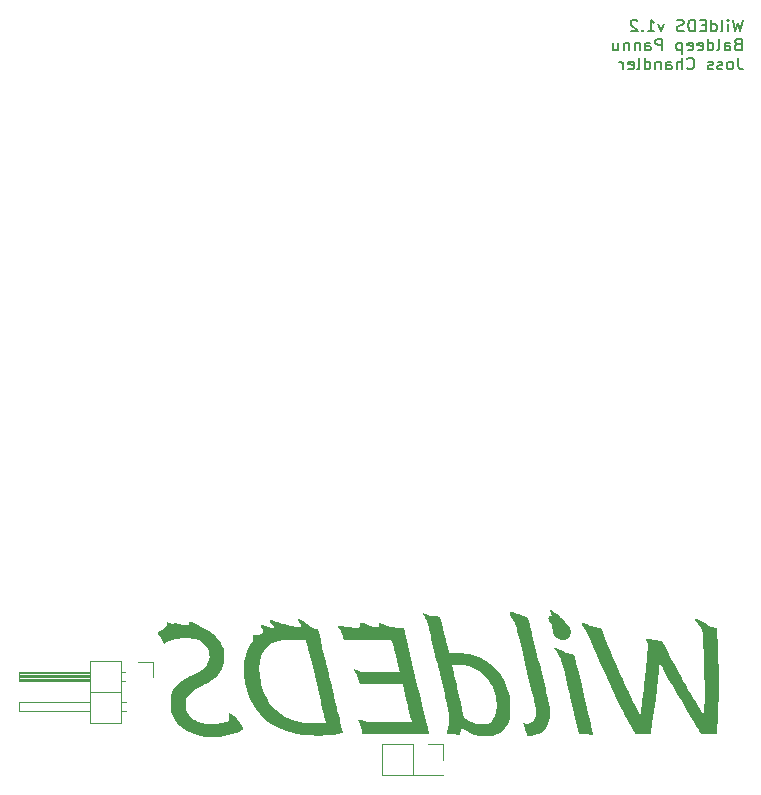
<source format=gbo>
%TF.GenerationSoftware,KiCad,Pcbnew,6.0.2-378541a8eb~116~ubuntu20.04.1*%
%TF.CreationDate,2022-03-08T12:22:37-08:00*%
%TF.ProjectId,RP2040_WEDS,52503230-3430-45f5-9745-44532e6b6963,rev?*%
%TF.SameCoordinates,Original*%
%TF.FileFunction,Legend,Bot*%
%TF.FilePolarity,Positive*%
%FSLAX46Y46*%
G04 Gerber Fmt 4.6, Leading zero omitted, Abs format (unit mm)*
G04 Created by KiCad (PCBNEW 6.0.2-378541a8eb~116~ubuntu20.04.1) date 2022-03-08 12:22:37*
%MOMM*%
%LPD*%
G01*
G04 APERTURE LIST*
%ADD10C,0.150000*%
%ADD11C,0.120000*%
G04 APERTURE END LIST*
D10*
X173404642Y-68942380D02*
X173166547Y-69942380D01*
X172976071Y-69228095D01*
X172785595Y-69942380D01*
X172547500Y-68942380D01*
X172166547Y-69942380D02*
X172166547Y-69275714D01*
X172166547Y-68942380D02*
X172214166Y-68990000D01*
X172166547Y-69037619D01*
X172118928Y-68990000D01*
X172166547Y-68942380D01*
X172166547Y-69037619D01*
X171547500Y-69942380D02*
X171642738Y-69894761D01*
X171690357Y-69799523D01*
X171690357Y-68942380D01*
X170737976Y-69942380D02*
X170737976Y-68942380D01*
X170737976Y-69894761D02*
X170833214Y-69942380D01*
X171023690Y-69942380D01*
X171118928Y-69894761D01*
X171166547Y-69847142D01*
X171214166Y-69751904D01*
X171214166Y-69466190D01*
X171166547Y-69370952D01*
X171118928Y-69323333D01*
X171023690Y-69275714D01*
X170833214Y-69275714D01*
X170737976Y-69323333D01*
X170261785Y-69418571D02*
X169928452Y-69418571D01*
X169785595Y-69942380D02*
X170261785Y-69942380D01*
X170261785Y-68942380D01*
X169785595Y-68942380D01*
X169357023Y-69942380D02*
X169357023Y-68942380D01*
X169118928Y-68942380D01*
X168976071Y-68990000D01*
X168880833Y-69085238D01*
X168833214Y-69180476D01*
X168785595Y-69370952D01*
X168785595Y-69513809D01*
X168833214Y-69704285D01*
X168880833Y-69799523D01*
X168976071Y-69894761D01*
X169118928Y-69942380D01*
X169357023Y-69942380D01*
X168404642Y-69894761D02*
X168261785Y-69942380D01*
X168023690Y-69942380D01*
X167928452Y-69894761D01*
X167880833Y-69847142D01*
X167833214Y-69751904D01*
X167833214Y-69656666D01*
X167880833Y-69561428D01*
X167928452Y-69513809D01*
X168023690Y-69466190D01*
X168214166Y-69418571D01*
X168309404Y-69370952D01*
X168357023Y-69323333D01*
X168404642Y-69228095D01*
X168404642Y-69132857D01*
X168357023Y-69037619D01*
X168309404Y-68990000D01*
X168214166Y-68942380D01*
X167976071Y-68942380D01*
X167833214Y-68990000D01*
X166737976Y-69275714D02*
X166499880Y-69942380D01*
X166261785Y-69275714D01*
X165357023Y-69942380D02*
X165928452Y-69942380D01*
X165642738Y-69942380D02*
X165642738Y-68942380D01*
X165737976Y-69085238D01*
X165833214Y-69180476D01*
X165928452Y-69228095D01*
X164928452Y-69847142D02*
X164880833Y-69894761D01*
X164928452Y-69942380D01*
X164976071Y-69894761D01*
X164928452Y-69847142D01*
X164928452Y-69942380D01*
X164499880Y-69037619D02*
X164452261Y-68990000D01*
X164357023Y-68942380D01*
X164118928Y-68942380D01*
X164023690Y-68990000D01*
X163976071Y-69037619D01*
X163928452Y-69132857D01*
X163928452Y-69228095D01*
X163976071Y-69370952D01*
X164547500Y-69942380D01*
X163928452Y-69942380D01*
X172976071Y-71028571D02*
X172833214Y-71076190D01*
X172785595Y-71123809D01*
X172737976Y-71219047D01*
X172737976Y-71361904D01*
X172785595Y-71457142D01*
X172833214Y-71504761D01*
X172928452Y-71552380D01*
X173309404Y-71552380D01*
X173309404Y-70552380D01*
X172976071Y-70552380D01*
X172880833Y-70600000D01*
X172833214Y-70647619D01*
X172785595Y-70742857D01*
X172785595Y-70838095D01*
X172833214Y-70933333D01*
X172880833Y-70980952D01*
X172976071Y-71028571D01*
X173309404Y-71028571D01*
X171880833Y-71552380D02*
X171880833Y-71028571D01*
X171928452Y-70933333D01*
X172023690Y-70885714D01*
X172214166Y-70885714D01*
X172309404Y-70933333D01*
X171880833Y-71504761D02*
X171976071Y-71552380D01*
X172214166Y-71552380D01*
X172309404Y-71504761D01*
X172357023Y-71409523D01*
X172357023Y-71314285D01*
X172309404Y-71219047D01*
X172214166Y-71171428D01*
X171976071Y-71171428D01*
X171880833Y-71123809D01*
X171261785Y-71552380D02*
X171357023Y-71504761D01*
X171404642Y-71409523D01*
X171404642Y-70552380D01*
X170452261Y-71552380D02*
X170452261Y-70552380D01*
X170452261Y-71504761D02*
X170547500Y-71552380D01*
X170737976Y-71552380D01*
X170833214Y-71504761D01*
X170880833Y-71457142D01*
X170928452Y-71361904D01*
X170928452Y-71076190D01*
X170880833Y-70980952D01*
X170833214Y-70933333D01*
X170737976Y-70885714D01*
X170547500Y-70885714D01*
X170452261Y-70933333D01*
X169595119Y-71504761D02*
X169690357Y-71552380D01*
X169880833Y-71552380D01*
X169976071Y-71504761D01*
X170023690Y-71409523D01*
X170023690Y-71028571D01*
X169976071Y-70933333D01*
X169880833Y-70885714D01*
X169690357Y-70885714D01*
X169595119Y-70933333D01*
X169547500Y-71028571D01*
X169547500Y-71123809D01*
X170023690Y-71219047D01*
X168737976Y-71504761D02*
X168833214Y-71552380D01*
X169023690Y-71552380D01*
X169118928Y-71504761D01*
X169166547Y-71409523D01*
X169166547Y-71028571D01*
X169118928Y-70933333D01*
X169023690Y-70885714D01*
X168833214Y-70885714D01*
X168737976Y-70933333D01*
X168690357Y-71028571D01*
X168690357Y-71123809D01*
X169166547Y-71219047D01*
X168261785Y-70885714D02*
X168261785Y-71885714D01*
X168261785Y-70933333D02*
X168166547Y-70885714D01*
X167976071Y-70885714D01*
X167880833Y-70933333D01*
X167833214Y-70980952D01*
X167785595Y-71076190D01*
X167785595Y-71361904D01*
X167833214Y-71457142D01*
X167880833Y-71504761D01*
X167976071Y-71552380D01*
X168166547Y-71552380D01*
X168261785Y-71504761D01*
X166595119Y-71552380D02*
X166595119Y-70552380D01*
X166214166Y-70552380D01*
X166118928Y-70600000D01*
X166071309Y-70647619D01*
X166023690Y-70742857D01*
X166023690Y-70885714D01*
X166071309Y-70980952D01*
X166118928Y-71028571D01*
X166214166Y-71076190D01*
X166595119Y-71076190D01*
X165166547Y-71552380D02*
X165166547Y-71028571D01*
X165214166Y-70933333D01*
X165309404Y-70885714D01*
X165499880Y-70885714D01*
X165595119Y-70933333D01*
X165166547Y-71504761D02*
X165261785Y-71552380D01*
X165499880Y-71552380D01*
X165595119Y-71504761D01*
X165642738Y-71409523D01*
X165642738Y-71314285D01*
X165595119Y-71219047D01*
X165499880Y-71171428D01*
X165261785Y-71171428D01*
X165166547Y-71123809D01*
X164690357Y-70885714D02*
X164690357Y-71552380D01*
X164690357Y-70980952D02*
X164642738Y-70933333D01*
X164547500Y-70885714D01*
X164404642Y-70885714D01*
X164309404Y-70933333D01*
X164261785Y-71028571D01*
X164261785Y-71552380D01*
X163785595Y-70885714D02*
X163785595Y-71552380D01*
X163785595Y-70980952D02*
X163737976Y-70933333D01*
X163642738Y-70885714D01*
X163499880Y-70885714D01*
X163404642Y-70933333D01*
X163357023Y-71028571D01*
X163357023Y-71552380D01*
X162452261Y-70885714D02*
X162452261Y-71552380D01*
X162880833Y-70885714D02*
X162880833Y-71409523D01*
X162833214Y-71504761D01*
X162737976Y-71552380D01*
X162595119Y-71552380D01*
X162499880Y-71504761D01*
X162452261Y-71457142D01*
X173023690Y-72162380D02*
X173023690Y-72876666D01*
X173071309Y-73019523D01*
X173166547Y-73114761D01*
X173309404Y-73162380D01*
X173404642Y-73162380D01*
X172404642Y-73162380D02*
X172499880Y-73114761D01*
X172547500Y-73067142D01*
X172595119Y-72971904D01*
X172595119Y-72686190D01*
X172547500Y-72590952D01*
X172499880Y-72543333D01*
X172404642Y-72495714D01*
X172261785Y-72495714D01*
X172166547Y-72543333D01*
X172118928Y-72590952D01*
X172071309Y-72686190D01*
X172071309Y-72971904D01*
X172118928Y-73067142D01*
X172166547Y-73114761D01*
X172261785Y-73162380D01*
X172404642Y-73162380D01*
X171690357Y-73114761D02*
X171595119Y-73162380D01*
X171404642Y-73162380D01*
X171309404Y-73114761D01*
X171261785Y-73019523D01*
X171261785Y-72971904D01*
X171309404Y-72876666D01*
X171404642Y-72829047D01*
X171547500Y-72829047D01*
X171642738Y-72781428D01*
X171690357Y-72686190D01*
X171690357Y-72638571D01*
X171642738Y-72543333D01*
X171547500Y-72495714D01*
X171404642Y-72495714D01*
X171309404Y-72543333D01*
X170880833Y-73114761D02*
X170785595Y-73162380D01*
X170595119Y-73162380D01*
X170499880Y-73114761D01*
X170452261Y-73019523D01*
X170452261Y-72971904D01*
X170499880Y-72876666D01*
X170595119Y-72829047D01*
X170737976Y-72829047D01*
X170833214Y-72781428D01*
X170880833Y-72686190D01*
X170880833Y-72638571D01*
X170833214Y-72543333D01*
X170737976Y-72495714D01*
X170595119Y-72495714D01*
X170499880Y-72543333D01*
X168690357Y-73067142D02*
X168737976Y-73114761D01*
X168880833Y-73162380D01*
X168976071Y-73162380D01*
X169118928Y-73114761D01*
X169214166Y-73019523D01*
X169261785Y-72924285D01*
X169309404Y-72733809D01*
X169309404Y-72590952D01*
X169261785Y-72400476D01*
X169214166Y-72305238D01*
X169118928Y-72210000D01*
X168976071Y-72162380D01*
X168880833Y-72162380D01*
X168737976Y-72210000D01*
X168690357Y-72257619D01*
X168261785Y-73162380D02*
X168261785Y-72162380D01*
X167833214Y-73162380D02*
X167833214Y-72638571D01*
X167880833Y-72543333D01*
X167976071Y-72495714D01*
X168118928Y-72495714D01*
X168214166Y-72543333D01*
X168261785Y-72590952D01*
X166928452Y-73162380D02*
X166928452Y-72638571D01*
X166976071Y-72543333D01*
X167071309Y-72495714D01*
X167261785Y-72495714D01*
X167357023Y-72543333D01*
X166928452Y-73114761D02*
X167023690Y-73162380D01*
X167261785Y-73162380D01*
X167357023Y-73114761D01*
X167404642Y-73019523D01*
X167404642Y-72924285D01*
X167357023Y-72829047D01*
X167261785Y-72781428D01*
X167023690Y-72781428D01*
X166928452Y-72733809D01*
X166452261Y-72495714D02*
X166452261Y-73162380D01*
X166452261Y-72590952D02*
X166404642Y-72543333D01*
X166309404Y-72495714D01*
X166166547Y-72495714D01*
X166071309Y-72543333D01*
X166023690Y-72638571D01*
X166023690Y-73162380D01*
X165118928Y-73162380D02*
X165118928Y-72162380D01*
X165118928Y-73114761D02*
X165214166Y-73162380D01*
X165404642Y-73162380D01*
X165499880Y-73114761D01*
X165547500Y-73067142D01*
X165595119Y-72971904D01*
X165595119Y-72686190D01*
X165547500Y-72590952D01*
X165499880Y-72543333D01*
X165404642Y-72495714D01*
X165214166Y-72495714D01*
X165118928Y-72543333D01*
X164499880Y-73162380D02*
X164595119Y-73114761D01*
X164642738Y-73019523D01*
X164642738Y-72162380D01*
X163737976Y-73114761D02*
X163833214Y-73162380D01*
X164023690Y-73162380D01*
X164118928Y-73114761D01*
X164166547Y-73019523D01*
X164166547Y-72638571D01*
X164118928Y-72543333D01*
X164023690Y-72495714D01*
X163833214Y-72495714D01*
X163737976Y-72543333D01*
X163690357Y-72638571D01*
X163690357Y-72733809D01*
X164166547Y-72829047D01*
X163261785Y-73162380D02*
X163261785Y-72495714D01*
X163261785Y-72686190D02*
X163214166Y-72590952D01*
X163166547Y-72543333D01*
X163071309Y-72495714D01*
X162976071Y-72495714D01*
D11*
%TO.C,J4*%
X148055000Y-130270000D02*
X146725000Y-130270000D01*
X148055000Y-131600000D02*
X148055000Y-130270000D01*
X148055000Y-132930000D02*
X142855000Y-132930000D01*
X148055000Y-132870000D02*
X145455000Y-132870000D01*
X145455000Y-130270000D02*
X142855000Y-130270000D01*
X145455000Y-132870000D02*
X145455000Y-130270000D01*
X148055000Y-132870000D02*
X148055000Y-132930000D01*
X142855000Y-130270000D02*
X142855000Y-132930000D01*
%TO.C,G\u002A\u002A\u002A*%
G36*
X153900482Y-119103173D02*
G01*
X154002546Y-119136379D01*
X154142704Y-119190025D01*
X154148715Y-119192414D01*
X154292276Y-119246435D01*
X154464016Y-119306666D01*
X154642901Y-119365930D01*
X154807895Y-119417047D01*
X154844050Y-119427784D01*
X154983447Y-119470735D01*
X155081110Y-119504521D01*
X155144241Y-119532195D01*
X155180042Y-119556810D01*
X155195717Y-119581418D01*
X155211777Y-119624677D01*
X155244128Y-119702511D01*
X155283862Y-119792513D01*
X155287651Y-119802494D01*
X155305793Y-119862789D01*
X155334770Y-119968866D01*
X155373711Y-120117140D01*
X155421747Y-120304023D01*
X155478007Y-120525928D01*
X155541620Y-120779268D01*
X155611717Y-121060457D01*
X155687427Y-121365908D01*
X155767880Y-121692034D01*
X155852204Y-122035248D01*
X155939531Y-122391963D01*
X156028990Y-122758592D01*
X156119710Y-123131550D01*
X156210821Y-123507247D01*
X156301452Y-123882099D01*
X156390734Y-124252518D01*
X156477797Y-124614917D01*
X156561768Y-124965710D01*
X156641779Y-125301309D01*
X156716960Y-125618128D01*
X156786438Y-125912579D01*
X156849346Y-126181077D01*
X156904811Y-126420034D01*
X156951964Y-126625863D01*
X156989934Y-126794978D01*
X157017852Y-126923792D01*
X157034846Y-127008718D01*
X157059767Y-127175855D01*
X157080501Y-127405288D01*
X157089436Y-127643090D01*
X157086462Y-127874508D01*
X157071465Y-128084789D01*
X157044334Y-128259179D01*
X157025439Y-128336617D01*
X156947308Y-128568014D01*
X156843360Y-128784156D01*
X156721793Y-128967049D01*
X156698769Y-128995021D01*
X156521725Y-129165753D01*
X156304071Y-129312028D01*
X156051931Y-129430877D01*
X155771429Y-129519332D01*
X155468689Y-129574425D01*
X155440291Y-129577900D01*
X155336891Y-129590302D01*
X155263136Y-129593041D01*
X155211383Y-129579475D01*
X155173986Y-129542963D01*
X155143302Y-129476863D01*
X155111686Y-129374533D01*
X155071493Y-129229332D01*
X155066764Y-129212515D01*
X155021099Y-129062231D01*
X154970583Y-128913373D01*
X154921035Y-128782317D01*
X154878271Y-128685441D01*
X154784891Y-128500013D01*
X154851361Y-128516696D01*
X154888504Y-128524283D01*
X154972565Y-128537220D01*
X155068287Y-128548653D01*
X155075967Y-128549386D01*
X155255482Y-128540380D01*
X155427711Y-128484458D01*
X155584606Y-128386587D01*
X155718117Y-128251729D01*
X155820197Y-128084850D01*
X155850213Y-128017183D01*
X155871553Y-127957139D01*
X155884903Y-127894709D01*
X155892065Y-127817463D01*
X155894840Y-127712977D01*
X155895031Y-127568820D01*
X155894053Y-127464557D01*
X155888498Y-127317386D01*
X155876105Y-127190475D01*
X155854630Y-127063850D01*
X155821826Y-126917538D01*
X155807630Y-126858391D01*
X155781724Y-126750186D01*
X155745309Y-126597943D01*
X155699197Y-126405060D01*
X155644201Y-126174932D01*
X155581130Y-125910956D01*
X155510796Y-125616527D01*
X155434010Y-125295041D01*
X155351584Y-124949894D01*
X155264328Y-124584482D01*
X155173055Y-124202201D01*
X155078575Y-123806446D01*
X154981699Y-123400615D01*
X154978550Y-123387425D01*
X154882456Y-122985644D01*
X154789033Y-122596483D01*
X154699060Y-122223118D01*
X154613316Y-121868719D01*
X154532581Y-121536461D01*
X154457632Y-121229516D01*
X154389251Y-120951057D01*
X154328214Y-120704257D01*
X154275303Y-120492289D01*
X154231295Y-120318327D01*
X154196971Y-120185542D01*
X154173108Y-120097109D01*
X154160487Y-120056200D01*
X154119748Y-119973913D01*
X154058220Y-119869288D01*
X153991354Y-119769636D01*
X153982921Y-119758024D01*
X153885145Y-119621601D01*
X153814662Y-119518190D01*
X153767230Y-119440134D01*
X153738603Y-119379778D01*
X153724539Y-119329466D01*
X153720795Y-119281543D01*
X153720709Y-119270942D01*
X153715884Y-119196882D01*
X153705931Y-119145835D01*
X153705167Y-119143708D01*
X153713972Y-119111463D01*
X153769636Y-119089844D01*
X153775608Y-119088676D01*
X153827755Y-119088056D01*
X153900482Y-119103173D01*
G37*
G36*
X157543120Y-122105313D02*
G01*
X157610304Y-122133332D01*
X157702634Y-122177509D01*
X157808679Y-122232594D01*
X158009084Y-122338938D01*
X158185957Y-122427985D01*
X158338508Y-122497795D01*
X158477062Y-122552421D01*
X158611942Y-122595916D01*
X158753470Y-122632332D01*
X158911971Y-122665723D01*
X158927274Y-122668709D01*
X159030701Y-122689871D01*
X159095262Y-122707838D01*
X159131970Y-122728498D01*
X159151834Y-122757735D01*
X159165866Y-122801436D01*
X159165955Y-122801758D01*
X159175448Y-122839411D01*
X159196326Y-122924514D01*
X159227833Y-123053936D01*
X159269214Y-123224547D01*
X159319712Y-123433215D01*
X159378572Y-123676810D01*
X159445039Y-123952201D01*
X159518357Y-124256256D01*
X159597770Y-124585845D01*
X159682522Y-124937837D01*
X159771858Y-125309102D01*
X159865022Y-125696507D01*
X159961258Y-126096923D01*
X159964108Y-126108785D01*
X160060223Y-126508728D01*
X160153204Y-126895486D01*
X160242299Y-127265935D01*
X160326756Y-127616952D01*
X160405822Y-127945415D01*
X160478744Y-128248200D01*
X160544770Y-128522183D01*
X160603148Y-128764243D01*
X160653123Y-128971256D01*
X160693945Y-129140098D01*
X160724860Y-129267647D01*
X160745115Y-129350780D01*
X160753959Y-129386373D01*
X160776755Y-129471515D01*
X160175233Y-129464526D01*
X159573712Y-129457538D01*
X158810582Y-126279282D01*
X158768104Y-126102478D01*
X158640428Y-125572517D01*
X158524272Y-125092737D01*
X158419521Y-124662683D01*
X158326062Y-124281899D01*
X158243780Y-123949930D01*
X158172562Y-123666321D01*
X158112293Y-123430617D01*
X158062859Y-123242363D01*
X158024147Y-123101102D01*
X157996042Y-123006381D01*
X157978430Y-122957743D01*
X157970800Y-122942169D01*
X157889335Y-122794804D01*
X157786703Y-122632888D01*
X157676459Y-122476800D01*
X157572156Y-122346917D01*
X157545673Y-122314694D01*
X157495015Y-122234085D01*
X157471686Y-122164809D01*
X157477833Y-122116315D01*
X157515602Y-122098051D01*
X157543120Y-122105313D01*
G37*
G36*
X169454893Y-119637901D02*
G01*
X169522710Y-119665672D01*
X169604374Y-119710106D01*
X169679115Y-119750836D01*
X169802591Y-119806175D01*
X169916725Y-119845718D01*
X170075496Y-119908296D01*
X170229341Y-120011420D01*
X170410961Y-120149798D01*
X170584951Y-120262346D01*
X170746446Y-120342073D01*
X170905038Y-120393660D01*
X171070323Y-120421789D01*
X171220330Y-120437467D01*
X171236648Y-120662067D01*
X171245022Y-120779396D01*
X171269097Y-121142376D01*
X171291995Y-121528902D01*
X171314260Y-121948493D01*
X171336435Y-122410666D01*
X171342707Y-122571770D01*
X171349175Y-122798422D01*
X171354792Y-123062801D01*
X171359557Y-123359291D01*
X171363471Y-123682279D01*
X171366532Y-124026151D01*
X171368741Y-124385294D01*
X171370098Y-124754093D01*
X171370601Y-125126935D01*
X171370252Y-125498206D01*
X171369048Y-125862292D01*
X171366992Y-126213579D01*
X171364081Y-126546454D01*
X171360315Y-126855302D01*
X171355695Y-127134510D01*
X171350220Y-127378463D01*
X171343890Y-127581549D01*
X171336705Y-127738154D01*
X171333498Y-127792945D01*
X171319942Y-128014082D01*
X171305156Y-128241055D01*
X171289683Y-128466634D01*
X171274066Y-128683587D01*
X171258850Y-128884683D01*
X171244577Y-129062694D01*
X171231791Y-129210386D01*
X171221036Y-129320531D01*
X171212855Y-129385897D01*
X171198844Y-129470564D01*
X169937718Y-129470234D01*
X169895752Y-129398758D01*
X169895481Y-129398299D01*
X169870183Y-129356837D01*
X169821272Y-129277981D01*
X169752830Y-129168264D01*
X169668937Y-129034216D01*
X169573677Y-128882368D01*
X169471129Y-128719252D01*
X169277260Y-128408926D01*
X168943258Y-127864782D01*
X168593850Y-127284537D01*
X168233097Y-126675127D01*
X167865062Y-126043490D01*
X167493805Y-125396565D01*
X167123389Y-124741288D01*
X166757874Y-124084598D01*
X166743111Y-124057885D01*
X166630996Y-123857083D01*
X166541103Y-123700357D01*
X166472134Y-123585616D01*
X166422792Y-123510769D01*
X166391778Y-123473725D01*
X166377793Y-123472393D01*
X166376153Y-123478433D01*
X166368202Y-123530337D01*
X166357566Y-123623381D01*
X166345098Y-123749123D01*
X166331649Y-123899118D01*
X166318068Y-124064923D01*
X166305062Y-124224390D01*
X166270917Y-124601006D01*
X166229897Y-125008577D01*
X166183552Y-125433185D01*
X166133431Y-125860913D01*
X166081082Y-126277841D01*
X166028057Y-126670051D01*
X166015197Y-126760837D01*
X165986814Y-126958467D01*
X165954951Y-127177379D01*
X165920457Y-127411970D01*
X165884180Y-127656637D01*
X165846972Y-127905779D01*
X165809681Y-128153792D01*
X165773157Y-128395074D01*
X165738249Y-128624022D01*
X165705807Y-128835035D01*
X165676681Y-129022510D01*
X165651720Y-129180843D01*
X165631773Y-129304433D01*
X165617690Y-129387678D01*
X165610320Y-129424974D01*
X165605538Y-129435456D01*
X165590966Y-129447459D01*
X165561676Y-129456386D01*
X165511437Y-129462685D01*
X165434018Y-129466804D01*
X165323190Y-129469192D01*
X165172722Y-129470295D01*
X164976383Y-129470564D01*
X164782764Y-129469956D01*
X164615247Y-129467738D01*
X164490889Y-129463669D01*
X164405014Y-129457513D01*
X164352947Y-129449035D01*
X164330013Y-129438000D01*
X164305192Y-129399840D01*
X164258608Y-129320682D01*
X164193553Y-129206382D01*
X164113034Y-129062438D01*
X164020056Y-128894351D01*
X163917625Y-128707619D01*
X163808746Y-128507744D01*
X163696426Y-128300224D01*
X163583670Y-128090559D01*
X163473484Y-127884249D01*
X163368874Y-127686793D01*
X163272846Y-127503692D01*
X163114087Y-127196026D01*
X162780346Y-126530479D01*
X162435653Y-125818748D01*
X162081331Y-125063716D01*
X161718702Y-124268263D01*
X161349090Y-123435272D01*
X160973817Y-122567626D01*
X160594206Y-121668205D01*
X160548256Y-121558246D01*
X160459736Y-121348446D01*
X160385459Y-121176498D01*
X160321897Y-121035174D01*
X160265527Y-120917248D01*
X160212823Y-120815492D01*
X160160259Y-120722679D01*
X160104312Y-120631582D01*
X160041454Y-120534974D01*
X160008561Y-120484870D01*
X159934305Y-120367885D01*
X159872350Y-120264932D01*
X159828399Y-120185672D01*
X159808153Y-120139762D01*
X159800681Y-120067887D01*
X159817368Y-120010145D01*
X159856034Y-119987897D01*
X159864916Y-119989771D01*
X159915632Y-120008962D01*
X159999993Y-120045602D01*
X160108756Y-120095592D01*
X160232678Y-120154838D01*
X160238199Y-120157522D01*
X160448634Y-120254301D01*
X160632314Y-120325221D01*
X160804464Y-120374674D01*
X160980308Y-120407055D01*
X161175071Y-120426755D01*
X161415651Y-120443795D01*
X161492567Y-120639179D01*
X161497586Y-120651924D01*
X161663712Y-121069108D01*
X161846933Y-121521171D01*
X162042843Y-121997650D01*
X162247035Y-122488079D01*
X162455100Y-122981994D01*
X162662632Y-123468932D01*
X162865223Y-123938428D01*
X163058467Y-124380019D01*
X163237955Y-124783239D01*
X163346686Y-125023327D01*
X163478236Y-125309796D01*
X163612337Y-125597916D01*
X163747121Y-125883918D01*
X163880718Y-126164033D01*
X164011260Y-126434493D01*
X164136876Y-126691527D01*
X164255698Y-126931368D01*
X164365856Y-127150246D01*
X164465481Y-127344391D01*
X164552704Y-127510036D01*
X164625655Y-127643410D01*
X164682466Y-127740745D01*
X164721266Y-127798272D01*
X164740188Y-127812222D01*
X164746019Y-127794795D01*
X164758915Y-127729144D01*
X164776719Y-127619642D01*
X164798834Y-127470925D01*
X164824664Y-127287629D01*
X164853614Y-127074392D01*
X164885089Y-126835850D01*
X164918493Y-126576640D01*
X164953230Y-126301398D01*
X164988705Y-126014760D01*
X165024321Y-125721363D01*
X165059484Y-125425845D01*
X165093598Y-125132841D01*
X165126067Y-124846988D01*
X165156296Y-124572923D01*
X165169237Y-124452210D01*
X165198978Y-124164634D01*
X165227789Y-123872571D01*
X165255262Y-123581141D01*
X165280989Y-123295462D01*
X165304562Y-123020652D01*
X165325571Y-122761831D01*
X165343610Y-122524118D01*
X165358270Y-122312630D01*
X165369143Y-122132487D01*
X165375819Y-121988808D01*
X165377892Y-121886712D01*
X165374953Y-121831316D01*
X165374597Y-121829451D01*
X165354237Y-121762228D01*
X165317236Y-121669404D01*
X165271341Y-121570481D01*
X165264482Y-121556691D01*
X165223354Y-121470314D01*
X165194342Y-121403091D01*
X165183359Y-121368584D01*
X165188950Y-121357657D01*
X165232979Y-121344540D01*
X165312494Y-121343838D01*
X165417487Y-121354729D01*
X165537951Y-121376393D01*
X165663878Y-121408008D01*
X165776791Y-121438710D01*
X166097908Y-121502344D01*
X166394743Y-121524498D01*
X166551051Y-121525105D01*
X166809254Y-122013476D01*
X167074174Y-122513373D01*
X167368528Y-123065535D01*
X167643813Y-123577930D01*
X167902164Y-124054342D01*
X168145714Y-124498557D01*
X168376600Y-124914360D01*
X168596956Y-125305535D01*
X168808916Y-125675869D01*
X169014615Y-126029145D01*
X169216189Y-126369150D01*
X169415771Y-126699668D01*
X169615497Y-127024484D01*
X169817501Y-127347384D01*
X170146128Y-127868410D01*
X170162134Y-127555795D01*
X170162807Y-127542099D01*
X170167566Y-127408753D01*
X170171589Y-127230457D01*
X170174882Y-127013536D01*
X170177449Y-126764315D01*
X170179295Y-126489121D01*
X170180424Y-126194278D01*
X170180842Y-125886112D01*
X170180554Y-125570949D01*
X170179564Y-125255113D01*
X170177877Y-124944931D01*
X170175499Y-124646727D01*
X170172433Y-124366827D01*
X170168686Y-124111556D01*
X170164261Y-123887241D01*
X170159164Y-123700205D01*
X170151822Y-123485598D01*
X170141198Y-123200427D01*
X170129352Y-122905193D01*
X170116614Y-122606801D01*
X170103314Y-122312155D01*
X170089784Y-122028158D01*
X170076354Y-121761714D01*
X170063356Y-121519727D01*
X170051119Y-121309102D01*
X170039975Y-121136741D01*
X170030254Y-121009550D01*
X170013599Y-120868815D01*
X169983744Y-120728822D01*
X169937329Y-120596089D01*
X169869503Y-120459376D01*
X169775415Y-120307444D01*
X169650212Y-120129052D01*
X169541299Y-119972743D01*
X169458777Y-119837915D01*
X169409856Y-119735091D01*
X169395399Y-119666098D01*
X169416266Y-119632764D01*
X169454893Y-119637901D01*
G37*
G36*
X139467701Y-129357662D02*
G01*
X139398831Y-129376733D01*
X139238860Y-129410884D01*
X139038582Y-129444121D01*
X138805567Y-129475471D01*
X138547388Y-129503958D01*
X138271615Y-129528607D01*
X137985820Y-129548444D01*
X137814509Y-129556260D01*
X137550845Y-129561667D01*
X137266642Y-129561259D01*
X136976393Y-129555367D01*
X136694596Y-129544322D01*
X136435744Y-129528453D01*
X136214333Y-129508091D01*
X136208290Y-129507401D01*
X135642637Y-129420110D01*
X135103950Y-129291522D01*
X134593712Y-129122753D01*
X134113405Y-128914918D01*
X133664510Y-128669132D01*
X133248509Y-128386511D01*
X132866883Y-128068169D01*
X132521116Y-127715223D01*
X132212688Y-127328786D01*
X131943082Y-126909976D01*
X131713778Y-126459906D01*
X131526260Y-125979692D01*
X131514481Y-125944075D01*
X131435788Y-125680088D01*
X131361536Y-125388460D01*
X131296801Y-125090466D01*
X131246656Y-124807384D01*
X131229537Y-124669103D01*
X131214049Y-124474780D01*
X131203600Y-124256597D01*
X131198189Y-124025373D01*
X131197816Y-123791923D01*
X131199203Y-123725068D01*
X132488862Y-123725068D01*
X132489754Y-124016861D01*
X132506651Y-124324173D01*
X132538797Y-124634777D01*
X132585440Y-124936444D01*
X132645825Y-125216947D01*
X132722677Y-125490906D01*
X132889681Y-125949350D01*
X133095588Y-126374610D01*
X133339101Y-126765438D01*
X133618920Y-127120582D01*
X133933748Y-127438795D01*
X134282284Y-127718826D01*
X134663231Y-127959425D01*
X135075289Y-128159344D01*
X135517160Y-128317331D01*
X135987544Y-128432139D01*
X136016544Y-128437596D01*
X136113222Y-128453924D01*
X136210671Y-128466673D01*
X136317445Y-128476373D01*
X136442099Y-128483553D01*
X136593189Y-128488740D01*
X136779270Y-128492465D01*
X137008897Y-128495254D01*
X137236781Y-128496416D01*
X137472014Y-128494990D01*
X137676618Y-128490801D01*
X137846306Y-128484028D01*
X137976788Y-128474846D01*
X138063778Y-128463434D01*
X138102987Y-128449969D01*
X138101405Y-128437881D01*
X138089315Y-128379832D01*
X138066309Y-128277031D01*
X138033236Y-128133007D01*
X137990945Y-127951291D01*
X137940288Y-127735412D01*
X137882113Y-127488900D01*
X137817270Y-127215285D01*
X137746609Y-126918096D01*
X137670979Y-126600865D01*
X137591232Y-126267119D01*
X137508215Y-125920390D01*
X137422780Y-125564207D01*
X137335775Y-125202099D01*
X137248051Y-124837598D01*
X137160457Y-124474231D01*
X137073842Y-124115530D01*
X136989058Y-123765025D01*
X136906953Y-123426244D01*
X136828378Y-123102718D01*
X136754181Y-122797976D01*
X136685213Y-122515549D01*
X136622324Y-122258966D01*
X136566363Y-122031758D01*
X136518180Y-121837453D01*
X136478625Y-121679582D01*
X136448547Y-121561674D01*
X136428797Y-121487260D01*
X136420223Y-121459869D01*
X136419628Y-121459373D01*
X136382809Y-121451873D01*
X136296819Y-121445559D01*
X136164408Y-121440509D01*
X135988329Y-121436803D01*
X135771332Y-121434522D01*
X135516169Y-121433743D01*
X135352262Y-121433945D01*
X135105295Y-121435565D01*
X134898722Y-121439456D01*
X134725130Y-121446386D01*
X134577101Y-121457123D01*
X134447222Y-121472435D01*
X134328078Y-121493089D01*
X134212252Y-121519854D01*
X134092330Y-121553496D01*
X133960897Y-121594785D01*
X133909099Y-121612202D01*
X133598385Y-121744963D01*
X133325074Y-121913957D01*
X133089385Y-122118923D01*
X132891537Y-122359601D01*
X132731751Y-122635732D01*
X132610244Y-122947055D01*
X132527237Y-123293310D01*
X132504727Y-123461022D01*
X132488862Y-123725068D01*
X131199203Y-123725068D01*
X131202481Y-123567065D01*
X131212183Y-123361615D01*
X131226923Y-123186389D01*
X131246700Y-123052205D01*
X131329820Y-122711889D01*
X131450342Y-122366604D01*
X131605971Y-122042395D01*
X131802166Y-121726230D01*
X131839624Y-121671258D01*
X131908181Y-121562317D01*
X131949042Y-121476311D01*
X131965694Y-121400744D01*
X131961620Y-121323123D01*
X131940306Y-121230951D01*
X131927778Y-121182468D01*
X131918682Y-121113372D01*
X131934303Y-121068881D01*
X131981463Y-121043659D01*
X132066981Y-121032375D01*
X132197678Y-121029694D01*
X132219600Y-121029632D01*
X132343193Y-121026544D01*
X132434051Y-121016845D01*
X132508959Y-120997803D01*
X132584702Y-120966686D01*
X132637331Y-120940478D01*
X132730957Y-120876916D01*
X132780845Y-120806121D01*
X132788416Y-120721005D01*
X132755087Y-120614482D01*
X132682280Y-120479464D01*
X132666911Y-120453702D01*
X132613865Y-120349944D01*
X132596030Y-120276369D01*
X132613002Y-120226537D01*
X132664378Y-120194009D01*
X132690755Y-120186172D01*
X132730619Y-120183166D01*
X132782535Y-120190515D01*
X132853652Y-120210295D01*
X132951121Y-120244578D01*
X133082093Y-120295440D01*
X133253717Y-120364954D01*
X133348818Y-120402228D01*
X133452174Y-120435454D01*
X133536774Y-120450651D01*
X133618435Y-120451575D01*
X133621386Y-120451399D01*
X133705656Y-120440440D01*
X133753018Y-120417308D01*
X133762732Y-120377910D01*
X133734055Y-120318155D01*
X133666246Y-120233950D01*
X133558563Y-120121202D01*
X133548486Y-120111056D01*
X133447731Y-120004533D01*
X133384318Y-119924130D01*
X133355235Y-119863811D01*
X133357472Y-119817540D01*
X133388018Y-119779280D01*
X133388529Y-119778860D01*
X133437262Y-119758550D01*
X133511138Y-119760126D01*
X133615082Y-119784749D01*
X133754019Y-119833582D01*
X133932872Y-119907784D01*
X134044736Y-119954018D01*
X134235478Y-120024222D01*
X134442560Y-120091842D01*
X134659416Y-120155448D01*
X134879484Y-120213613D01*
X135096199Y-120264910D01*
X135302999Y-120307910D01*
X135493319Y-120341185D01*
X135660596Y-120363308D01*
X135798266Y-120372850D01*
X135899766Y-120368383D01*
X135958532Y-120348480D01*
X135995458Y-120307922D01*
X136013970Y-120242883D01*
X135998812Y-120158161D01*
X135948772Y-120048190D01*
X135862641Y-119907407D01*
X135822746Y-119846220D01*
X135769473Y-119761148D01*
X135732928Y-119698366D01*
X135719359Y-119668297D01*
X135731269Y-119655203D01*
X135781749Y-119665020D01*
X135869759Y-119704290D01*
X135993093Y-119771789D01*
X136149547Y-119866292D01*
X136336918Y-119986574D01*
X136553000Y-120131411D01*
X136564735Y-120139411D01*
X136748722Y-120262454D01*
X136899550Y-120357641D01*
X137024702Y-120428947D01*
X137131662Y-120480347D01*
X137227914Y-120515816D01*
X137320939Y-120539328D01*
X137460812Y-120567418D01*
X137514332Y-120766119D01*
X137543489Y-120876805D01*
X137586397Y-121047517D01*
X137628247Y-121222180D01*
X137667034Y-121391731D01*
X137700753Y-121547106D01*
X137727396Y-121679242D01*
X137744959Y-121779073D01*
X137751435Y-121837538D01*
X137751623Y-121847066D01*
X137764148Y-121959486D01*
X137792624Y-122096573D01*
X137832085Y-122237676D01*
X137877565Y-122362142D01*
X137877735Y-122362542D01*
X137891425Y-122406100D01*
X137915764Y-122495289D01*
X137949551Y-122625120D01*
X137991584Y-122790601D01*
X138040661Y-122986741D01*
X138095581Y-123208549D01*
X138155143Y-123451035D01*
X138218143Y-123709208D01*
X138283382Y-123978077D01*
X138349656Y-124252650D01*
X138415765Y-124527937D01*
X138480507Y-124798948D01*
X138542680Y-125060690D01*
X138601082Y-125308174D01*
X138654512Y-125536408D01*
X138701768Y-125740402D01*
X138741648Y-125915164D01*
X138772951Y-126055704D01*
X138794476Y-126157031D01*
X138805019Y-126214154D01*
X138814338Y-126265926D01*
X138836860Y-126366783D01*
X138867407Y-126489475D01*
X138902118Y-126617949D01*
X138919972Y-126683874D01*
X138951438Y-126805203D01*
X138991998Y-126965248D01*
X139040020Y-127157429D01*
X139093868Y-127375165D01*
X139151909Y-127611875D01*
X139212509Y-127860979D01*
X139274035Y-128115897D01*
X139354333Y-128449969D01*
X139565204Y-129327282D01*
X139467701Y-129357662D01*
G37*
G36*
X141334294Y-120025615D02*
G01*
X141489913Y-120082332D01*
X141683050Y-120170504D01*
X141726343Y-120191388D01*
X141956971Y-120291850D01*
X142160182Y-120361303D01*
X142332925Y-120399041D01*
X142472148Y-120404359D01*
X142574797Y-120376552D01*
X142605022Y-120352302D01*
X142620857Y-120306893D01*
X142621825Y-120226757D01*
X142620393Y-120191286D01*
X142618701Y-120115711D01*
X142619587Y-120069023D01*
X142621248Y-120062157D01*
X142655584Y-120043351D01*
X142729740Y-120047618D01*
X142838598Y-120073797D01*
X142977039Y-120120724D01*
X143139946Y-120187237D01*
X143276590Y-120245701D01*
X143432924Y-120306642D01*
X143573448Y-120351406D01*
X143711741Y-120382935D01*
X143861382Y-120404171D01*
X144035948Y-120418056D01*
X144249018Y-120427532D01*
X144715806Y-120443795D01*
X145791670Y-124937641D01*
X145844988Y-125160368D01*
X145956847Y-125627767D01*
X146065121Y-126080357D01*
X146169199Y-126515578D01*
X146268470Y-126930868D01*
X146362323Y-127323665D01*
X146450147Y-127691408D01*
X146531330Y-128031535D01*
X146605263Y-128341486D01*
X146671333Y-128618698D01*
X146728929Y-128860611D01*
X146777441Y-129064662D01*
X146816257Y-129228291D01*
X146844766Y-129348935D01*
X146862358Y-129424034D01*
X146868421Y-129451025D01*
X146868283Y-129451226D01*
X146839129Y-129453845D01*
X146761481Y-129456358D01*
X146638691Y-129458743D01*
X146474115Y-129460975D01*
X146271108Y-129463032D01*
X146033023Y-129464890D01*
X145763217Y-129466527D01*
X145465044Y-129467918D01*
X145141857Y-129469041D01*
X144797013Y-129469871D01*
X144433865Y-129470387D01*
X144055769Y-129470564D01*
X144027054Y-129470563D01*
X143649938Y-129470403D01*
X143288006Y-129469979D01*
X142944616Y-129469308D01*
X142623124Y-129468410D01*
X142326885Y-129467301D01*
X142059256Y-129466001D01*
X141823593Y-129464528D01*
X141623252Y-129462900D01*
X141461589Y-129461136D01*
X141341961Y-129459254D01*
X141267722Y-129457272D01*
X141242230Y-129455208D01*
X141242065Y-129453482D01*
X141234736Y-129416172D01*
X141218138Y-129339818D01*
X141194482Y-129234432D01*
X141165981Y-129110028D01*
X141165671Y-129108688D01*
X141120624Y-128925216D01*
X141077436Y-128778435D01*
X141030564Y-128653565D01*
X140974465Y-128535824D01*
X140903594Y-128410432D01*
X140822793Y-128275121D01*
X140886752Y-128233213D01*
X140898822Y-128225701D01*
X140926524Y-128213670D01*
X140961823Y-128209336D01*
X141013292Y-128213748D01*
X141089507Y-128227956D01*
X141199042Y-128253009D01*
X141350471Y-128289955D01*
X141750230Y-128388606D01*
X145377898Y-128404140D01*
X145288951Y-128032070D01*
X145271225Y-127958100D01*
X145238318Y-127821208D01*
X145196170Y-127646195D01*
X145146500Y-127440184D01*
X145091026Y-127210298D01*
X145031465Y-126963659D01*
X144969538Y-126707391D01*
X144906960Y-126448615D01*
X144613916Y-125237231D01*
X140998048Y-125211179D01*
X140975808Y-125120000D01*
X140955797Y-125041946D01*
X140925146Y-124932727D01*
X140894520Y-124832892D01*
X140868177Y-124756149D01*
X140850375Y-124716205D01*
X140834012Y-124684592D01*
X140812174Y-124625025D01*
X140807596Y-124610751D01*
X140780266Y-124537450D01*
X140745834Y-124455692D01*
X140671684Y-124290563D01*
X140611141Y-124155236D01*
X140568192Y-124056904D01*
X140541114Y-123990030D01*
X140528185Y-123949078D01*
X140527683Y-123928510D01*
X140537888Y-123922790D01*
X140557077Y-123926381D01*
X140583528Y-123933745D01*
X140612990Y-123942953D01*
X140689747Y-123971594D01*
X140791131Y-124012605D01*
X140903130Y-124060432D01*
X141151051Y-124169128D01*
X142762734Y-124176407D01*
X144374417Y-124183687D01*
X144360084Y-124124305D01*
X144359447Y-124121665D01*
X144348771Y-124077383D01*
X144327322Y-123988390D01*
X144296329Y-123859792D01*
X144257022Y-123696695D01*
X144210634Y-123504205D01*
X144158393Y-123287428D01*
X144101531Y-123051469D01*
X144041278Y-122801436D01*
X144029789Y-122753804D01*
X143970078Y-122507707D01*
X143913734Y-122277852D01*
X143862002Y-122069159D01*
X143816125Y-121886549D01*
X143777349Y-121734940D01*
X143746917Y-121619255D01*
X143726073Y-121544412D01*
X143716061Y-121515333D01*
X143713870Y-121514483D01*
X143673559Y-121510882D01*
X143586091Y-121507386D01*
X143455476Y-121504044D01*
X143285723Y-121500908D01*
X143080842Y-121498030D01*
X142844842Y-121495460D01*
X142581734Y-121493249D01*
X142295528Y-121491448D01*
X141990231Y-121490108D01*
X141669856Y-121489281D01*
X139644394Y-121485846D01*
X139587716Y-121238136D01*
X139584448Y-121223874D01*
X139548082Y-121071030D01*
X139515385Y-120953173D01*
X139480261Y-120855407D01*
X139436611Y-120762834D01*
X139378335Y-120660557D01*
X139299338Y-120533680D01*
X139296863Y-120529773D01*
X139233415Y-120426480D01*
X139183777Y-120339807D01*
X139152859Y-120278745D01*
X139145574Y-120252281D01*
X139153698Y-120250210D01*
X139202910Y-120253368D01*
X139284922Y-120265876D01*
X139387344Y-120286004D01*
X139586293Y-120326900D01*
X139798522Y-120364009D01*
X139999001Y-120390002D01*
X140208469Y-120407479D01*
X140447666Y-120419045D01*
X140560810Y-120422898D01*
X140714437Y-120425741D01*
X140826714Y-120421844D01*
X140904346Y-120408743D01*
X140954041Y-120383968D01*
X140982505Y-120345055D01*
X140996444Y-120289537D01*
X141002564Y-120214945D01*
X141004681Y-120180523D01*
X141015208Y-120103503D01*
X141036715Y-120056488D01*
X141075512Y-120022865D01*
X141122082Y-120003257D01*
X141212811Y-119999530D01*
X141334294Y-120025615D01*
G37*
G36*
X126659727Y-119910154D02*
G01*
X126727621Y-119927527D01*
X126830833Y-119967810D01*
X126961612Y-120027324D01*
X127112205Y-120102393D01*
X127274862Y-120189337D01*
X127441831Y-120284478D01*
X127445595Y-120286691D01*
X127565949Y-120355389D01*
X127713856Y-120436902D01*
X127870912Y-120521217D01*
X128018716Y-120598323D01*
X128071272Y-120625443D01*
X128275329Y-120736427D01*
X128444354Y-120840225D01*
X128589877Y-120944980D01*
X128723427Y-121058833D01*
X128856537Y-121189926D01*
X128924575Y-121262871D01*
X129107812Y-121488732D01*
X129252335Y-121722050D01*
X129366015Y-121976963D01*
X129456725Y-122267606D01*
X129482694Y-122373338D01*
X129504001Y-122484097D01*
X129517150Y-122596325D01*
X129524026Y-122726878D01*
X129526509Y-122892615D01*
X129526556Y-122909927D01*
X129524227Y-123061019D01*
X129517670Y-123208214D01*
X129507816Y-123335451D01*
X129495595Y-123426666D01*
X129431294Y-123667780D01*
X129316621Y-123943655D01*
X129165307Y-124204840D01*
X128984766Y-124436678D01*
X128976994Y-124445209D01*
X128891863Y-124534104D01*
X128802758Y-124617392D01*
X128704318Y-124698619D01*
X128591182Y-124781333D01*
X128457987Y-124869081D01*
X128299375Y-124965410D01*
X128109981Y-125073868D01*
X127884447Y-125198000D01*
X127617410Y-125341356D01*
X127466954Y-125422142D01*
X127267567Y-125532486D01*
X127103726Y-125628435D01*
X126968313Y-125714599D01*
X126854212Y-125795585D01*
X126754306Y-125876004D01*
X126661477Y-125960465D01*
X126519987Y-126109737D01*
X126389226Y-126291588D01*
X126301456Y-126481553D01*
X126252224Y-126689769D01*
X126237077Y-126926372D01*
X126247020Y-127135783D01*
X126291073Y-127381478D01*
X126373584Y-127601797D01*
X126498098Y-127805585D01*
X126668162Y-128001685D01*
X126812550Y-128130018D01*
X127045078Y-128282735D01*
X127315086Y-128404895D01*
X127624787Y-128497446D01*
X127976394Y-128561334D01*
X128013142Y-128565911D01*
X128221510Y-128581919D01*
X128452297Y-128585717D01*
X128694900Y-128578256D01*
X128938715Y-128560488D01*
X129173138Y-128533364D01*
X129387566Y-128497836D01*
X129571394Y-128454855D01*
X129714020Y-128405374D01*
X129759709Y-128383561D01*
X129839753Y-128328579D01*
X129885285Y-128259331D01*
X129901923Y-128164232D01*
X129895288Y-128031697D01*
X129893262Y-128012102D01*
X129881490Y-127851884D01*
X129884042Y-127738148D01*
X129901724Y-127667402D01*
X129935345Y-127636151D01*
X129985714Y-127640902D01*
X130015129Y-127655037D01*
X130083200Y-127695319D01*
X130169569Y-127751117D01*
X130261717Y-127813843D01*
X130347121Y-127874911D01*
X130413263Y-127925732D01*
X130447623Y-127957719D01*
X130458678Y-127972119D01*
X130503507Y-128025861D01*
X130559953Y-128089846D01*
X130633708Y-128174475D01*
X130755729Y-128331895D01*
X130875746Y-128511563D01*
X131003172Y-128727011D01*
X131009147Y-128737574D01*
X131075755Y-128854258D01*
X131118021Y-128937084D01*
X131132555Y-128996163D01*
X131115969Y-129041608D01*
X131064876Y-129083530D01*
X130975887Y-129132043D01*
X130845614Y-129197259D01*
X130803623Y-129218042D01*
X130517075Y-129340088D01*
X130195250Y-129447777D01*
X129851781Y-129537473D01*
X129500299Y-129605539D01*
X129154436Y-129648341D01*
X129039667Y-129657139D01*
X128514536Y-129671047D01*
X128003170Y-129641275D01*
X127511205Y-129568345D01*
X127044282Y-129452781D01*
X126757541Y-129354269D01*
X126392947Y-129188930D01*
X126066323Y-128990790D01*
X125778873Y-128761000D01*
X125531805Y-128500706D01*
X125326323Y-128211058D01*
X125163635Y-127893205D01*
X125044944Y-127548295D01*
X125032868Y-127502582D01*
X125011275Y-127412148D01*
X124995928Y-127327326D01*
X124985731Y-127236576D01*
X124979584Y-127128356D01*
X124976391Y-126991122D01*
X124975054Y-126813333D01*
X124974869Y-126748769D01*
X124975457Y-126585909D01*
X124978450Y-126460971D01*
X124984731Y-126363329D01*
X124995187Y-126282360D01*
X125010703Y-126207439D01*
X125032164Y-126127942D01*
X125088048Y-125959467D01*
X125216377Y-125683926D01*
X125386178Y-125431854D01*
X125602543Y-125194925D01*
X125679744Y-125123675D01*
X125781964Y-125038488D01*
X125896741Y-124953440D01*
X126029873Y-124864884D01*
X126187159Y-124769172D01*
X126374397Y-124662657D01*
X126597386Y-124541689D01*
X126861923Y-124402623D01*
X127027534Y-124315782D01*
X127196692Y-124225564D01*
X127350847Y-124141836D01*
X127482154Y-124068909D01*
X127582766Y-124011091D01*
X127644837Y-123972690D01*
X127735162Y-123906169D01*
X127911345Y-123742429D01*
X128059545Y-123557019D01*
X128172033Y-123360434D01*
X128241080Y-123163167D01*
X128243708Y-123151117D01*
X128260416Y-123023909D01*
X128266949Y-122867831D01*
X128263638Y-122702723D01*
X128250813Y-122548424D01*
X128228803Y-122424775D01*
X128225877Y-122413741D01*
X128135347Y-122175535D01*
X128000202Y-121961239D01*
X127823254Y-121773355D01*
X127607312Y-121614386D01*
X127355191Y-121486833D01*
X127069699Y-121393199D01*
X126988354Y-121375482D01*
X126797876Y-121347635D01*
X126576946Y-121328988D01*
X126339402Y-121319926D01*
X126099083Y-121320834D01*
X125869826Y-121332097D01*
X125665472Y-121354102D01*
X125558571Y-121371749D01*
X125311765Y-121426057D01*
X125069118Y-121496729D01*
X124842617Y-121579588D01*
X124644247Y-121670456D01*
X124485993Y-121765156D01*
X124457742Y-121781469D01*
X124432016Y-121784514D01*
X124429356Y-121780420D01*
X124405665Y-121740944D01*
X124361189Y-121665540D01*
X124299887Y-121560958D01*
X124225718Y-121433946D01*
X124142642Y-121291253D01*
X124055109Y-121141729D01*
X123981770Y-121015023D01*
X123932311Y-120921071D01*
X123906570Y-120852856D01*
X123904388Y-120803362D01*
X123925604Y-120765574D01*
X123970058Y-120732473D01*
X124037589Y-120697045D01*
X124128038Y-120652273D01*
X124133169Y-120649653D01*
X124222133Y-120600744D01*
X124294482Y-120554963D01*
X124334984Y-120521906D01*
X124348946Y-120508158D01*
X124407413Y-120466823D01*
X124482782Y-120425894D01*
X124536514Y-120397311D01*
X124590414Y-120348667D01*
X124620039Y-120280784D01*
X124623508Y-120267566D01*
X124634946Y-120204172D01*
X124633001Y-120167769D01*
X124626460Y-120140545D01*
X124630227Y-120080678D01*
X124644854Y-120013392D01*
X124665651Y-119958495D01*
X124687928Y-119935795D01*
X124704153Y-119939752D01*
X124761688Y-119963108D01*
X124846352Y-120002758D01*
X124946293Y-120053310D01*
X124955372Y-120058046D01*
X125073996Y-120115797D01*
X125158725Y-120145106D01*
X125218522Y-120146279D01*
X125262348Y-120119625D01*
X125299165Y-120065454D01*
X125306389Y-120053655D01*
X125345039Y-120023514D01*
X125406515Y-120017980D01*
X125498305Y-120037434D01*
X125627898Y-120082259D01*
X125727641Y-120118656D01*
X125843153Y-120157639D01*
X125937102Y-120186155D01*
X126000943Y-120199660D01*
X126105685Y-120212785D01*
X126219386Y-120220023D01*
X126326921Y-120220922D01*
X126413171Y-120215029D01*
X126463011Y-120201891D01*
X126488504Y-120174350D01*
X126518449Y-120115846D01*
X126536606Y-120053437D01*
X126534225Y-120010621D01*
X126529240Y-119997683D01*
X126543025Y-119957084D01*
X126588795Y-119923643D01*
X126652080Y-119909743D01*
X126659727Y-119910154D01*
G37*
G36*
X153744485Y-127233060D02*
G01*
X153739677Y-127477641D01*
X153734606Y-127658950D01*
X153723809Y-127848672D01*
X153705784Y-128007607D01*
X153678075Y-128147572D01*
X153638227Y-128280381D01*
X153583783Y-128417850D01*
X153512289Y-128571795D01*
X153468875Y-128655985D01*
X153299614Y-128914215D01*
X153094800Y-129134913D01*
X152855821Y-129317145D01*
X152584068Y-129459976D01*
X152280928Y-129562473D01*
X151947793Y-129623701D01*
X151768937Y-129639438D01*
X151411079Y-129640444D01*
X151068566Y-129600518D01*
X150748202Y-129520673D01*
X150456791Y-129401920D01*
X150308345Y-129322884D01*
X150112410Y-129206343D01*
X149929881Y-129084837D01*
X149778553Y-128969708D01*
X149716177Y-128922568D01*
X149661181Y-128891128D01*
X149632346Y-128887698D01*
X149632232Y-128887827D01*
X149616015Y-128923612D01*
X149593298Y-128994800D01*
X149568961Y-129086112D01*
X149544755Y-129174344D01*
X149504545Y-129297813D01*
X149464231Y-129401557D01*
X149402407Y-129541351D01*
X148884831Y-129464368D01*
X148852350Y-129459526D01*
X148697904Y-129436209D01*
X148563681Y-129415469D01*
X148457514Y-129398549D01*
X148387235Y-129386694D01*
X148360676Y-129381146D01*
X148363889Y-129359833D01*
X148380538Y-129301762D01*
X148407094Y-129220864D01*
X148493753Y-128910953D01*
X148553539Y-128543904D01*
X148574986Y-128162063D01*
X148557511Y-127776800D01*
X148500531Y-127399487D01*
X148497884Y-127387016D01*
X148480084Y-127307316D01*
X148451514Y-127183204D01*
X148413020Y-127018201D01*
X148365448Y-126815830D01*
X148309645Y-126579612D01*
X148246456Y-126313071D01*
X148176727Y-126019727D01*
X148101306Y-125703103D01*
X148021037Y-125366722D01*
X147936767Y-125014104D01*
X147849342Y-124648773D01*
X147759609Y-124274251D01*
X147668412Y-123894058D01*
X147607115Y-123638796D01*
X148827142Y-123638796D01*
X148837118Y-123703338D01*
X148858832Y-123814002D01*
X148891709Y-123968213D01*
X148935171Y-124163397D01*
X148988644Y-124396978D01*
X149051550Y-124666382D01*
X149123315Y-124969034D01*
X149203361Y-125302359D01*
X149251255Y-125501119D01*
X149339368Y-125869800D01*
X149415858Y-126194734D01*
X149481674Y-126480408D01*
X149537768Y-126731310D01*
X149585090Y-126951929D01*
X149624590Y-127146754D01*
X149657219Y-127320272D01*
X149683928Y-127476971D01*
X149705666Y-127621341D01*
X149723385Y-127757869D01*
X149731552Y-127810819D01*
X149748311Y-127860637D01*
X149780683Y-127908134D01*
X149836962Y-127965011D01*
X149925443Y-128042970D01*
X150019582Y-128121261D01*
X150259430Y-128296288D01*
X150492462Y-128431698D01*
X150711872Y-128523336D01*
X150840486Y-128556803D01*
X151019858Y-128585903D01*
X151212737Y-128602598D01*
X151403304Y-128606140D01*
X151575736Y-128595780D01*
X151714214Y-128570769D01*
X151762181Y-128556186D01*
X151974212Y-128460155D01*
X152157458Y-128321151D01*
X152311133Y-128140059D01*
X152434452Y-127917764D01*
X152526629Y-127655153D01*
X152540485Y-127595736D01*
X152565124Y-127429361D01*
X152579918Y-127231402D01*
X152584744Y-127015496D01*
X152579475Y-126795286D01*
X152563988Y-126584412D01*
X152538156Y-126396513D01*
X152536374Y-126386773D01*
X152488214Y-126172631D01*
X152421330Y-125939560D01*
X152341709Y-125705252D01*
X152255343Y-125487398D01*
X152168219Y-125303692D01*
X152057477Y-125110397D01*
X151822446Y-124775047D01*
X151553941Y-124476220D01*
X151255060Y-124216149D01*
X150928900Y-123997070D01*
X150578560Y-123821217D01*
X150207137Y-123690826D01*
X149817729Y-123608130D01*
X149737830Y-123599353D01*
X149616868Y-123591915D01*
X149477952Y-123587712D01*
X149331084Y-123586602D01*
X149186265Y-123588439D01*
X149053496Y-123593079D01*
X148942777Y-123600380D01*
X148864112Y-123610196D01*
X148827500Y-123622384D01*
X148827142Y-123638796D01*
X147607115Y-123638796D01*
X147576599Y-123511719D01*
X147485016Y-123130754D01*
X147394509Y-122754686D01*
X147305923Y-122387036D01*
X147220105Y-122031328D01*
X147137901Y-121691082D01*
X147060158Y-121369822D01*
X146987721Y-121071069D01*
X146921436Y-120798345D01*
X146862150Y-120555173D01*
X146810708Y-120345074D01*
X146767957Y-120171571D01*
X146734744Y-120038185D01*
X146711913Y-119948439D01*
X146700311Y-119905856D01*
X146690715Y-119878971D01*
X146651446Y-119788203D01*
X146597325Y-119678244D01*
X146537073Y-119567189D01*
X146519354Y-119536110D01*
X146438326Y-119389739D01*
X146384936Y-119284407D01*
X146358220Y-119218085D01*
X146357213Y-119188744D01*
X146367863Y-119189525D01*
X146417112Y-119206222D01*
X146496240Y-119238615D01*
X146594445Y-119282436D01*
X146599440Y-119284739D01*
X146788385Y-119362924D01*
X146947571Y-119408399D01*
X147085986Y-119422999D01*
X147212621Y-119408556D01*
X147245666Y-119401486D01*
X147304438Y-119394644D01*
X147362388Y-119400803D01*
X147435680Y-119422639D01*
X147540479Y-119462828D01*
X147575456Y-119476636D01*
X147667782Y-119511564D01*
X147737913Y-119535894D01*
X147772849Y-119545025D01*
X147777266Y-119545680D01*
X147787978Y-119553428D01*
X147800148Y-119572766D01*
X147814727Y-119607251D01*
X147832663Y-119660441D01*
X147854908Y-119735893D01*
X147882411Y-119837166D01*
X147916121Y-119967817D01*
X147956989Y-120131403D01*
X148005965Y-120331482D01*
X148063997Y-120571613D01*
X148132037Y-120855351D01*
X148211033Y-121186256D01*
X148248948Y-121344944D01*
X148309676Y-121597624D01*
X148366501Y-121832247D01*
X148418269Y-122044149D01*
X148463826Y-122228666D01*
X148502016Y-122381134D01*
X148531686Y-122496888D01*
X148551681Y-122571265D01*
X148560847Y-122599601D01*
X148583923Y-122604542D01*
X148649875Y-122605177D01*
X148746868Y-122600338D01*
X148863596Y-122590371D01*
X148991319Y-122581256D01*
X149219864Y-122577741D01*
X149472565Y-122586173D01*
X149733550Y-122605577D01*
X149986951Y-122634980D01*
X150216897Y-122673407D01*
X150327606Y-122696900D01*
X150793964Y-122826842D01*
X151233368Y-123000432D01*
X151644123Y-123215931D01*
X152024536Y-123471604D01*
X152372911Y-123765711D01*
X152687555Y-124096516D01*
X152966772Y-124462282D01*
X153208870Y-124861271D01*
X153412152Y-125291746D01*
X153574926Y-125751970D01*
X153695496Y-126240205D01*
X153711436Y-126322642D01*
X153724822Y-126399205D01*
X153735070Y-126472591D01*
X153742428Y-126549708D01*
X153747141Y-126637466D01*
X153749457Y-126742771D01*
X153749622Y-126872533D01*
X153748078Y-127015496D01*
X153747882Y-127033660D01*
X153744485Y-127233060D01*
G37*
G36*
X157191350Y-118925890D02*
G01*
X157259778Y-118956557D01*
X157334173Y-119005093D01*
X157346255Y-119014369D01*
X157535448Y-119160754D01*
X157692450Y-119285181D01*
X157826691Y-119395831D01*
X157947601Y-119500885D01*
X158064612Y-119608522D01*
X158187151Y-119726922D01*
X158324650Y-119864264D01*
X158398008Y-119938584D01*
X158535294Y-120080694D01*
X158640874Y-120197364D01*
X158718879Y-120295848D01*
X158773436Y-120383402D01*
X158808676Y-120467283D01*
X158828727Y-120554744D01*
X158837718Y-120653043D01*
X158839780Y-120769436D01*
X158839777Y-120774576D01*
X158837350Y-120900906D01*
X158828792Y-120990774D01*
X158811712Y-121059181D01*
X158783719Y-121121128D01*
X158767233Y-121150161D01*
X158660484Y-121283087D01*
X158519290Y-121380556D01*
X158339231Y-121445796D01*
X158190192Y-121464399D01*
X158008564Y-121444404D01*
X157829647Y-121383725D01*
X157663575Y-121287164D01*
X157520481Y-121159525D01*
X157410497Y-121005609D01*
X157405601Y-120996507D01*
X157370466Y-120920323D01*
X157345578Y-120837744D01*
X157327307Y-120733538D01*
X157312022Y-120592467D01*
X157291598Y-120408941D01*
X157263382Y-120250411D01*
X157225390Y-120121759D01*
X157174168Y-120011497D01*
X157106262Y-119908137D01*
X157047358Y-119821122D01*
X156987361Y-119700678D01*
X156962865Y-119597971D01*
X156976386Y-119520504D01*
X156989063Y-119502674D01*
X157038817Y-119474778D01*
X157127156Y-119461780D01*
X157166308Y-119458896D01*
X157221350Y-119449523D01*
X157242449Y-119429902D01*
X157242128Y-119392485D01*
X157238222Y-119372667D01*
X157216479Y-119300084D01*
X157184891Y-119217695D01*
X157173960Y-119190963D01*
X157140756Y-119095500D01*
X157118966Y-119012031D01*
X157118600Y-119010071D01*
X157110861Y-118949937D01*
X157123319Y-118925030D01*
X157163177Y-118920426D01*
X157191350Y-118925890D01*
G37*
%TO.C,J9*%
X112125000Y-126760000D02*
X112125000Y-127520000D01*
X121182071Y-126760000D02*
X120785000Y-126760000D01*
X123495000Y-123330000D02*
X122225000Y-123330000D01*
X112125000Y-124980000D02*
X118125000Y-124980000D01*
X120785000Y-125870000D02*
X118125000Y-125870000D01*
X118125000Y-124640000D02*
X112125000Y-124640000D01*
X118125000Y-123270000D02*
X120785000Y-123270000D01*
X118125000Y-124280000D02*
X112125000Y-124280000D01*
X118125000Y-128470000D02*
X118125000Y-123270000D01*
X121115000Y-124980000D02*
X120785000Y-124980000D01*
X121115000Y-124220000D02*
X120785000Y-124220000D01*
X118125000Y-124760000D02*
X112125000Y-124760000D01*
X118125000Y-124220000D02*
X112125000Y-124220000D01*
X123495000Y-124600000D02*
X123495000Y-123330000D01*
X118125000Y-124400000D02*
X112125000Y-124400000D01*
X120785000Y-123270000D02*
X120785000Y-128470000D01*
X118125000Y-126760000D02*
X112125000Y-126760000D01*
X118125000Y-124520000D02*
X112125000Y-124520000D01*
X112125000Y-124220000D02*
X112125000Y-124980000D01*
X120785000Y-128470000D02*
X118125000Y-128470000D01*
X112125000Y-127520000D02*
X118125000Y-127520000D01*
X118125000Y-124880000D02*
X112125000Y-124880000D01*
X121182071Y-127520000D02*
X120785000Y-127520000D01*
%TD*%
M02*

</source>
